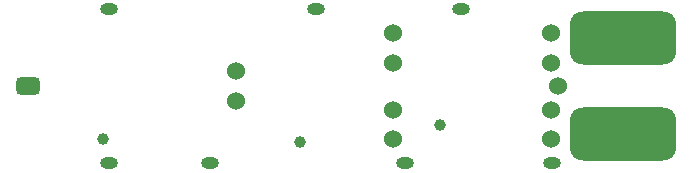
<source format=gbr>
%FSTAX25Y25*%
%MOMM*%
%SFA1B1*%

%IPPOS*%
%AMD25*
4,1,8,3.375660,2.250440,-3.375660,2.250440,-4.500880,1.125220,-4.500880,-1.125220,-3.375660,-2.250440,3.375660,-2.250440,4.500880,-1.125220,4.500880,1.125220,3.375660,2.250440,0.0*
1,1,2.250000,3.375660,1.125220*
1,1,2.250000,-3.375660,1.125220*
1,1,2.250000,-3.375660,-1.125220*
1,1,2.250000,3.375660,-1.125220*
%
%AMD27*
4,1,8,-1.000760,0.375920,-1.000760,-0.375920,-0.624840,-0.749300,0.624840,-0.749300,1.000760,-0.375920,1.000760,0.375920,0.624840,0.749300,-0.624840,0.749300,-1.000760,0.375920,0.0*
1,1,0.750000,-0.624840,0.375920*
1,1,0.750000,-0.624840,-0.375920*
1,1,0.750000,0.624840,-0.375920*
1,1,0.750000,0.624840,0.375920*
%
%ADD23O,1.499997X0.999998*%
%ADD24C,1.523997*%
G04~CAMADD=25~8~0.0~0.0~3543.3~1771.7~442.9~0.0~15~0.0~0.0~0.0~0.0~0~0.0~0.0~0.0~0.0~0~0.0~0.0~0.0~0.0~3543.3~1771.7*
%ADD25D25*%
%ADD26C,0.999998*%
G04~CAMADD=27~8~0.0~0.0~590.6~787.4~147.6~0.0~15~0.0~0.0~0.0~0.0~0~0.0~0.0~0.0~0.0~0~0.0~0.0~0.0~90.0~788.0~591.0*
%ADD27D27*%
%LNmicamp_soldermask_bot-1*%
%LPD*%
G54D23*
X-4349998Y0649998D03*
Y-0649998D03*
X-3499998D03*
X-2599999Y0649998D03*
X-1849998Y-0649998D03*
X-1374998Y0649998D03*
X-0599998Y-0649998D03*
G54D24*
X-1949998Y-0449999D03*
Y-0199999D03*
X-3274999Y-0124998D03*
Y0124998D03*
X-1949998Y0199999D03*
Y0449999D03*
X-0609998Y-0199999D03*
Y-0449999D03*
Y0449999D03*
Y0199999D03*
X-0549998Y0D03*
G54D25*
X0Y-0405998D03*
Y0405998D03*
G54D26*
X-1546199Y-0331299D03*
X-2738993Y-0469999D03*
X-4399998Y-0444997D03*
G54D27*
X-5034998Y0D03*
M02*
</source>
